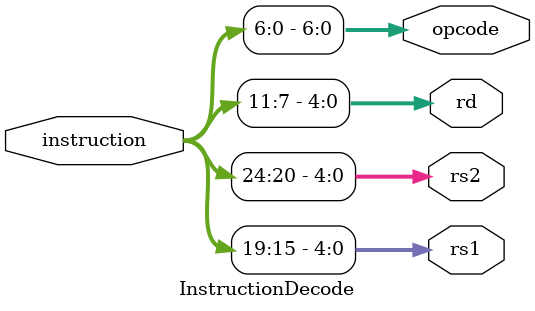
<source format=v>
module InstructionDecode(
    input [31:0] instruction,
    output reg [4:0] rs1,
    output reg [4:0] rs2,
    output reg [4:0] rd,
    output reg [6:0] opcode
);

    always @(*) begin
        opcode = instruction[6:0];
        rd = instruction[11:7];
        rs1 = instruction[19:15];
        rs2 = instruction[24:20];
    end
endmodule

</source>
